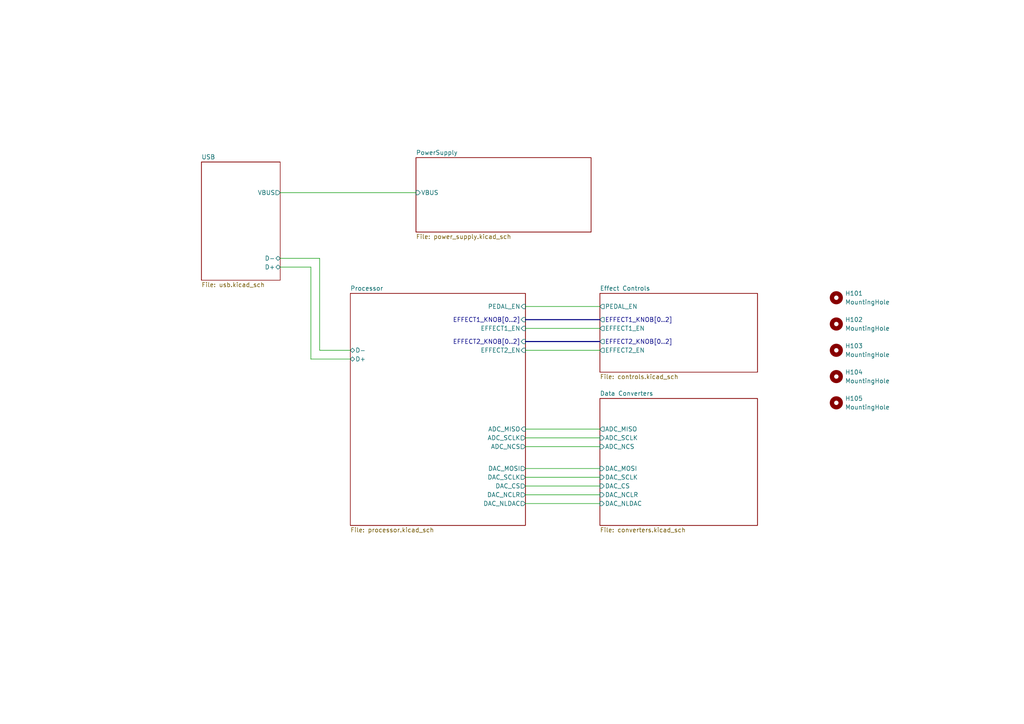
<source format=kicad_sch>
(kicad_sch (version 20230121) (generator eeschema)
  (paper "A4")
  (lib_symbols
    (symbol "Mechanical:MountingHole" (pin_names (offset 1.016))
      (property "Reference" "H" (at 0 5.08 0))
      (property "Value" "MountingHole" (at 0 3.175 0))
      (symbol "MountingHole_0_1"
        (circle (center 0 0) (radius 1.27) (stroke (width 1.27)))
      )
    )
  )
  (wire (pts (xy 152.4 140.97) (xy 173.99 140.97)))
  (wire (pts (xy 81.28 77.47) (xy 90.17 77.47)))
  (bus (pts (xy 152.4 92.71) (xy 173.99 92.71)))
  (wire (pts (xy 152.4 146.05) (xy 173.99 146.05)))
  (wire (pts (xy 152.4 88.9) (xy 173.99 88.9)))
  (wire (pts (xy 81.28 55.88) (xy 120.65 55.88)))
  (bus (pts (xy 152.4 99.06) (xy 173.99 99.06)))
  (wire (pts (xy 92.71 74.93) (xy 92.71 101.6)))
  (wire (pts (xy 90.17 77.47) (xy 90.17 104.14)))
  (wire (pts (xy 152.4 135.89) (xy 173.99 135.89)))
  (wire (pts (xy 92.71 101.6) (xy 101.6 101.6)))
  (wire (pts (xy 152.4 129.54) (xy 173.99 129.54)))
  (wire (pts (xy 152.4 143.51) (xy 173.99 143.51)))
  (wire (pts (xy 152.4 101.6) (xy 173.99 101.6)))
  (wire (pts (xy 90.17 104.14) (xy 101.6 104.14)))
  (wire (pts (xy 152.4 124.46) (xy 173.99 124.46)))
  (wire (pts (xy 152.4 127) (xy 173.99 127)))
  (wire (pts (xy 152.4 138.43) (xy 173.99 138.43)))
  (wire (pts (xy 152.4 95.25) (xy 173.99 95.25)))
  (wire (pts (xy 81.28 74.93) (xy 92.71 74.93)))
  (symbol (lib_id "Mechanical:MountingHole") (at 242.57 101.6 0) (unit 1)
    (property "Reference" "H103" (at 245.11 100.33 0) (effects (justify left)))
    (property "Value" "MountingHole" (at 245.11 102.87 0) (effects (justify left)))
    (property "Footprint" "MountingHole:MountingHole_3.2mm_M3_DIN965_Pad" (effects hide))
  )
  (symbol (lib_id "Mechanical:MountingHole") (at 242.57 93.98 0) (unit 1)
    (property "Reference" "H102" (at 245.11 92.71 0) (effects (justify left)))
    (property "Value" "MountingHole" (at 245.11 95.25 0) (effects (justify left)))
    (property "Footprint" "MountingHole:MountingHole_3.2mm_M3_DIN965_Pad" (effects hide))
  )
  (symbol (lib_id "Mechanical:MountingHole") (at 242.57 86.36 0) (unit 1)
    (property "Reference" "H101" (at 245.11 85.09 0) (effects (justify left)))
    (property "Value" "MountingHole" (at 245.11 87.63 0) (effects (justify left)))
    (property "Footprint" "MountingHole:MountingHole_3.2mm_M3_DIN965_Pad" (effects hide))
  )
  (symbol (lib_id "Mechanical:MountingHole") (at 242.57 116.84 0) (unit 1)
    (property "Reference" "H105" (at 245.11 115.57 0) (effects (justify left)))
    (property "Value" "MountingHole" (at 245.11 118.11 0) (effects (justify left)))
    (property "Footprint" "MountingHole:MountingHole_3.2mm_M3_DIN965_Pad" (effects hide))
  )
  (symbol (lib_id "Mechanical:MountingHole") (at 242.57 109.22 0) (unit 1)
    (property "Reference" "H104" (at 245.11 107.95 0) (effects (justify left)))
    (property "Value" "MountingHole" (at 245.11 110.49 0) (effects (justify left)))
    (property "Footprint" "MountingHole:MountingHole_3.2mm_M3_DIN965_Pad" (effects hide))
  )
  (sheet (at 173.99 115.57) (size 45.72 36.83) (stroke (width 0.1524))
    (property "Sheetname" "Data Converters" (at 173.99 114.8584 0) (effects (justify left bottom)))
    (property "Sheetfile" "converters.kicad_sch" (at 173.99 152.9846 0) (effects (justify left top)))
    (pin "ADC_SCLK" input (at 173.99 127 180))
    (pin "ADC_MISO" output (at 173.99 124.46 180))
    (pin "DAC_SCLK" input (at 173.99 138.43 180))
    (pin "DAC_CS" input (at 173.99 140.97 180))
    (pin "DAC_NCLR" input (at 173.99 143.51 180))
    (pin "DAC_NLDAC" input (at 173.99 146.05 180))
    (pin "ADC_NCS" input (at 173.99 129.54 180))
    (pin "DAC_MOSI" input (at 173.99 135.89 180))
  )
  (sheet (at 58.42 46.99) (size 22.86 34.29) (stroke (width 0.1524))
    (property "Sheetname" "USB" (at 58.42 46.2784 0) (effects (justify left bottom)))
    (property "Sheetfile" "usb.kicad_sch" (at 58.42 81.8646 0) (effects (justify left top)))
    (pin "D-" bidirectional (at 81.28 74.93 0))
    (pin "VBUS" output (at 81.28 55.88 0))
    (pin "D+" bidirectional (at 81.28 77.47 0))
  )
  (sheet (at 120.65 45.72) (size 50.8 21.59) (stroke (width 0.1524))
    (property "Sheetname" "PowerSupply" (at 120.65 45.0084 0) (effects (justify left bottom)))
    (property "Sheetfile" "power_supply.kicad_sch" (at 120.65 67.8946 0) (effects (justify left top)))
    (pin "VBUS" input (at 120.65 55.88 180))
  )
  (sheet (at 173.99 85.09) (size 45.72 22.86) (stroke (width 0.1524))
    (property "Sheetname" "Effect Controls" (at 173.99 84.3784 0) (effects (justify left bottom)))
    (property "Sheetfile" "controls.kicad_sch" (at 173.99 108.5346 0) (effects (justify left top)))
    (pin "EFFECT2_KNOB[0..2]" output (at 173.99 99.06 180))
    (pin "PEDAL_EN" output (at 173.99 88.9 180))
    (pin "EFFECT2_EN" output (at 173.99 101.6 180))
    (pin "EFFECT1_EN" output (at 173.99 95.25 180))
    (pin "EFFECT1_KNOB[0..2]" output (at 173.99 92.71 180))
  )
  (sheet (at 101.6 85.09) (size 50.8 67.31) (stroke (width 0.1524))
    (property "Sheetname" "Processor" (at 101.6 84.3784 0) (effects (justify left bottom)))
    (property "Sheetfile" "processor.kicad_sch" (at 101.6 152.9846 0) (effects (justify left top)))
    (pin "D+" bidirectional (at 101.6 104.14 180))
    (pin "D-" bidirectional (at 101.6 101.6 180))
    (pin "PEDAL_EN" input (at 152.4 88.9 0))
    (pin "ADC_NCS" output (at 152.4 129.54 0))
    (pin "EFFECT1_KNOB[0..2]" input (at 152.4 92.71 0))
    (pin "DAC_NCLR" output (at 152.4 143.51 0))
    (pin "EFFECT1_EN" input (at 152.4 95.25 0))
    (pin "ADC_SCLK" output (at 152.4 127 0))
    (pin "ADC_MISO" input (at 152.4 124.46 0))
    (pin "DAC_NLDAC" output (at 152.4 146.05 0))
    (pin "EFFECT2_EN" input (at 152.4 101.6 0))
    (pin "DAC_CS" output (at 152.4 140.97 0))
    (pin "DAC_SCLK" output (at 152.4 138.43 0))
    (pin "DAC_MOSI" output (at 152.4 135.89 0))
    (pin "EFFECT2_KNOB[0..2]" input (at 152.4 99.06 0))
  )
)
</source>
